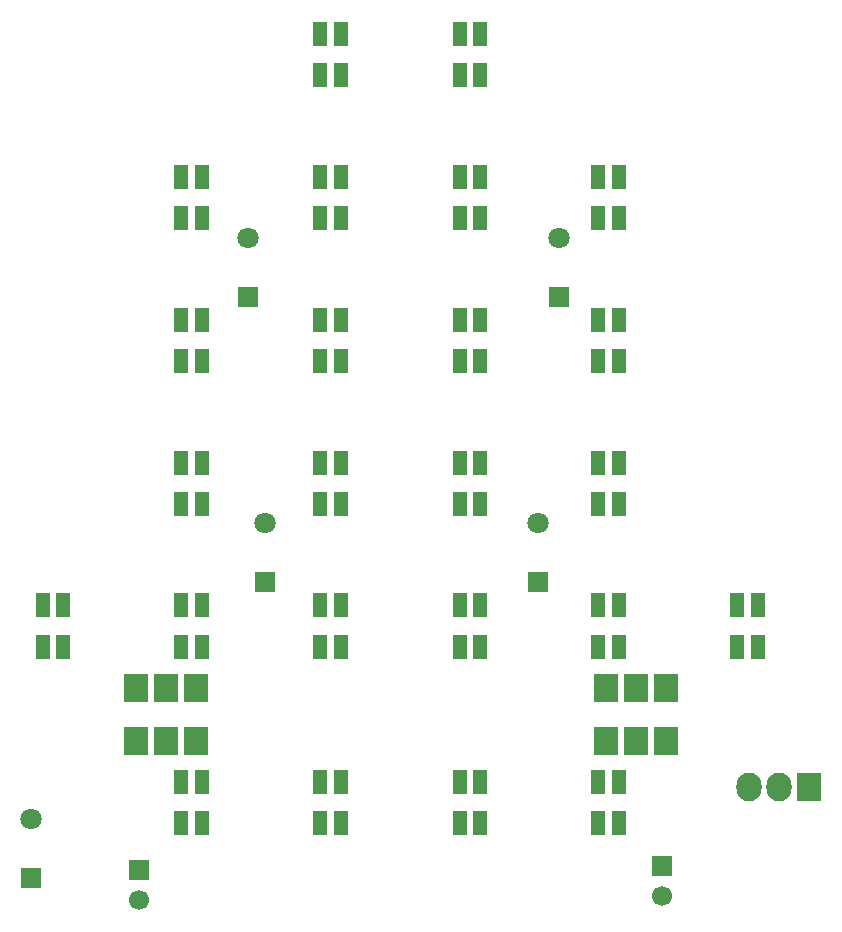
<source format=gbr>
G04 #@! TF.GenerationSoftware,KiCad,Pcbnew,(5.0.0)*
G04 #@! TF.CreationDate,2018-10-19T16:20:16+03:00*
G04 #@! TF.ProjectId,side_1,736964655F312E6B696361645F706362,rev?*
G04 #@! TF.SameCoordinates,Original*
G04 #@! TF.FileFunction,Soldermask,Top*
G04 #@! TF.FilePolarity,Negative*
%FSLAX46Y46*%
G04 Gerber Fmt 4.6, Leading zero omitted, Abs format (unit mm)*
G04 Created by KiCad (PCBNEW (5.0.0)) date 10/19/18 16:20:16*
%MOMM*%
%LPD*%
G01*
G04 APERTURE LIST*
%ADD10C,1.800000*%
%ADD11R,1.800000X1.800000*%
%ADD12R,2.000000X2.400000*%
%ADD13R,1.250000X2.000000*%
%ADD14R,2.127200X2.432000*%
%ADD15O,2.127200X2.432000*%
%ADD16R,1.700000X1.700000*%
%ADD17C,1.700000*%
G04 APERTURE END LIST*
D10*
G04 #@! TO.C,REF\002A\002A*
X127127000Y-75264000D03*
D11*
X127127000Y-80264000D03*
G04 #@! TD*
G04 #@! TO.C,REF\002A\002A*
X153416000Y-80264000D03*
D10*
X153416000Y-75264000D03*
G04 #@! TD*
G04 #@! TO.C,REF\002A\002A*
X108712000Y-124413000D03*
D11*
X108712000Y-129413000D03*
G04 #@! TD*
G04 #@! TO.C,REF\002A\002A*
X128524000Y-104394000D03*
D10*
X128524000Y-99394000D03*
G04 #@! TD*
D12*
G04 #@! TO.C,P1*
X117620000Y-117800000D03*
X120160000Y-117800000D03*
X122700000Y-117800000D03*
G04 #@! TD*
G04 #@! TO.C,P1*
X122700000Y-113350000D03*
X120160000Y-113350000D03*
X117620000Y-113350000D03*
G04 #@! TD*
G04 #@! TO.C,P1*
X157450000Y-117800000D03*
X159990000Y-117800000D03*
X162530000Y-117800000D03*
G04 #@! TD*
G04 #@! TO.C,P1*
X162530000Y-113350000D03*
X159990000Y-113350000D03*
X157450000Y-113350000D03*
G04 #@! TD*
D13*
G04 #@! TO.C,1HL5*
X170275000Y-106350000D03*
X168525000Y-106350000D03*
X170275000Y-109850000D03*
X168525000Y-109850000D03*
G04 #@! TD*
G04 #@! TO.C,1HL6*
X156775000Y-109850000D03*
X158525000Y-109850000D03*
X156775000Y-106350000D03*
X158525000Y-106350000D03*
G04 #@! TD*
G04 #@! TO.C,1HL7*
X146775000Y-106350000D03*
X145025000Y-106350000D03*
X146775000Y-109850000D03*
X145025000Y-109850000D03*
G04 #@! TD*
G04 #@! TO.C,1HL8*
X133225000Y-109850000D03*
X134975000Y-109850000D03*
X133225000Y-106350000D03*
X134975000Y-106350000D03*
G04 #@! TD*
G04 #@! TO.C,1HL9*
X123225000Y-106350000D03*
X121475000Y-106350000D03*
X123225000Y-109850000D03*
X121475000Y-109850000D03*
G04 #@! TD*
G04 #@! TO.C,1HL10*
X111475000Y-106350000D03*
X109725000Y-106350000D03*
X111475000Y-109850000D03*
X109725000Y-109850000D03*
G04 #@! TD*
G04 #@! TO.C,1HL11*
X121475000Y-97750000D03*
X123225000Y-97750000D03*
X121475000Y-94250000D03*
X123225000Y-94250000D03*
G04 #@! TD*
G04 #@! TO.C,1HL12*
X134975000Y-94250000D03*
X133225000Y-94250000D03*
X134975000Y-97750000D03*
X133225000Y-97750000D03*
G04 #@! TD*
G04 #@! TO.C,1HL13*
X145025000Y-97750000D03*
X146775000Y-97750000D03*
X145025000Y-94250000D03*
X146775000Y-94250000D03*
G04 #@! TD*
G04 #@! TO.C,1HL14*
X158525000Y-94250000D03*
X156775000Y-94250000D03*
X158525000Y-97750000D03*
X156775000Y-97750000D03*
G04 #@! TD*
G04 #@! TO.C,1HL15*
X156775000Y-85650000D03*
X158525000Y-85650000D03*
X156775000Y-82150000D03*
X158525000Y-82150000D03*
G04 #@! TD*
G04 #@! TO.C,1HL16*
X146775000Y-82150000D03*
X145025000Y-82150000D03*
X146775000Y-85650000D03*
X145025000Y-85650000D03*
G04 #@! TD*
G04 #@! TO.C,1HL17*
X133225000Y-85650000D03*
X134975000Y-85650000D03*
X133225000Y-82150000D03*
X134975000Y-82150000D03*
G04 #@! TD*
G04 #@! TO.C,1HL18*
X123225000Y-82150000D03*
X121475000Y-82150000D03*
X123225000Y-85650000D03*
X121475000Y-85650000D03*
G04 #@! TD*
G04 #@! TO.C,1HL19*
X121475000Y-73550000D03*
X123225000Y-73550000D03*
X121475000Y-70050000D03*
X123225000Y-70050000D03*
G04 #@! TD*
D14*
G04 #@! TO.C,XP1*
X174640000Y-121700000D03*
D15*
X172100000Y-121700000D03*
X169560000Y-121700000D03*
G04 #@! TD*
D13*
G04 #@! TO.C,1HL20*
X134975000Y-70050000D03*
X133225000Y-70050000D03*
X134975000Y-73550000D03*
X133225000Y-73550000D03*
G04 #@! TD*
G04 #@! TO.C,1HL21*
X145025000Y-73550000D03*
X146775000Y-73550000D03*
X145025000Y-70050000D03*
X146775000Y-70050000D03*
G04 #@! TD*
G04 #@! TO.C,1HL22*
X158525000Y-70050000D03*
X156775000Y-70050000D03*
X158525000Y-73550000D03*
X156775000Y-73550000D03*
G04 #@! TD*
G04 #@! TO.C,1HL23*
X145025000Y-61450000D03*
X146775000Y-61450000D03*
X145025000Y-57950000D03*
X146775000Y-57950000D03*
G04 #@! TD*
G04 #@! TO.C,1HL24*
X134975000Y-57950000D03*
X133225000Y-57950000D03*
X134975000Y-61450000D03*
X133225000Y-61450000D03*
G04 #@! TD*
G04 #@! TO.C,1HL1*
X123225000Y-121300000D03*
X121475000Y-121300000D03*
X123225000Y-124800000D03*
X121475000Y-124800000D03*
G04 #@! TD*
G04 #@! TO.C,1HL2*
X133225000Y-124800000D03*
X134975000Y-124800000D03*
X133225000Y-121300000D03*
X134975000Y-121300000D03*
G04 #@! TD*
G04 #@! TO.C,1HL3*
X146775000Y-121300000D03*
X145025000Y-121300000D03*
X146775000Y-124800000D03*
X145025000Y-124800000D03*
G04 #@! TD*
G04 #@! TO.C,1HL4*
X156775000Y-124800000D03*
X158525000Y-124800000D03*
X156775000Y-121300000D03*
X158525000Y-121300000D03*
G04 #@! TD*
D16*
G04 #@! TO.C,C1*
X162153600Y-128422400D03*
D17*
X162153600Y-130922400D03*
G04 #@! TD*
G04 #@! TO.C,C2*
X117843300Y-131265300D03*
D16*
X117843300Y-128765300D03*
G04 #@! TD*
D10*
G04 #@! TO.C,REF\002A\002A*
X151638000Y-99394000D03*
D11*
X151638000Y-104394000D03*
G04 #@! TD*
M02*

</source>
